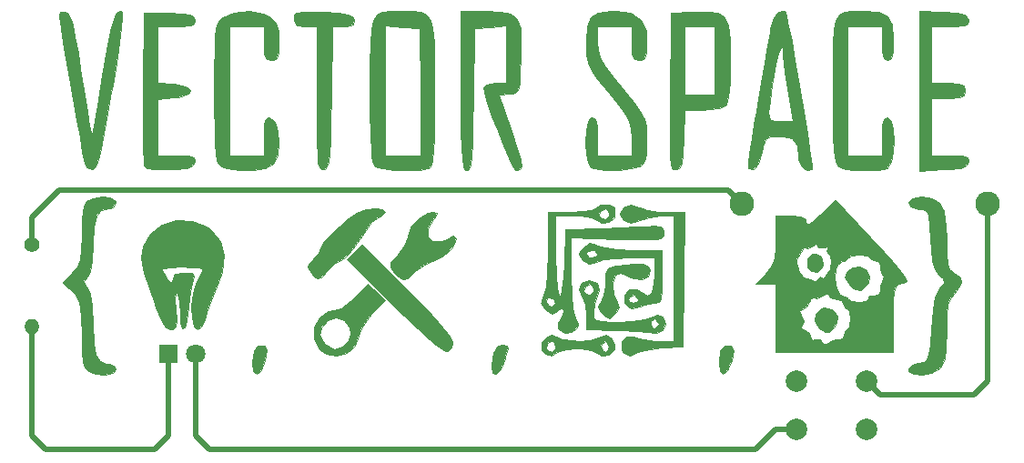
<source format=gtl>
G04 #@! TF.FileFunction,Copper,L1,Top,Signal*
%FSLAX46Y46*%
G04 Gerber Fmt 4.6, Leading zero omitted, Abs format (unit mm)*
G04 Created by KiCad (PCBNEW 4.0.7) date Mon Mar 12 16:42:59 2018*
%MOMM*%
%LPD*%
G01*
G04 APERTURE LIST*
%ADD10C,0.100000*%
%ADD11C,0.010000*%
%ADD12R,1.800000X1.800000*%
%ADD13C,1.800000*%
%ADD14C,1.400000*%
%ADD15O,1.400000X1.400000*%
%ADD16C,2.000000*%
%ADD17C,2.290000*%
%ADD18C,0.508000*%
G04 APERTURE END LIST*
D10*
D11*
G36*
X12375338Y25941681D02*
X12834188Y25643404D01*
X12868333Y25506389D01*
X12578660Y25062890D01*
X12233333Y24977222D01*
X11518069Y24817176D01*
X11062533Y24269012D01*
X10821981Y23230696D01*
X10751666Y21600192D01*
X10751666Y21598474D01*
X10697737Y20066909D01*
X10521191Y19111176D01*
X10213600Y18619836D01*
X9859474Y18210521D01*
X10034761Y17785268D01*
X10213600Y17578723D01*
X10522626Y16964674D01*
X10695776Y15890947D01*
X10751609Y14240035D01*
X10751666Y14172083D01*
X10808628Y12475794D01*
X11007951Y11372641D01*
X11392295Y10757282D01*
X12004319Y10524379D01*
X12233333Y10513333D01*
X12765531Y10271939D01*
X12868333Y9984167D01*
X12574450Y9607491D01*
X11858022Y9465181D01*
X10966877Y9571590D01*
X10310694Y9836035D01*
X10004894Y10127768D01*
X9817606Y10665436D01*
X9722594Y11595900D01*
X9693619Y13066022D01*
X9693333Y13291591D01*
X9676818Y14808888D01*
X9600376Y15799835D01*
X9423661Y16443364D01*
X9106329Y16918410D01*
X8807659Y17219615D01*
X7921985Y18051663D01*
X8807659Y18976107D01*
X9271741Y19541349D01*
X9539209Y20167037D01*
X9662303Y21063660D01*
X9693264Y22441710D01*
X9693333Y22544720D01*
X9750949Y24040351D01*
X9909632Y25122889D01*
X10116666Y25612222D01*
X10748137Y25936415D01*
X11590508Y26042793D01*
X12375338Y25941681D01*
X12375338Y25941681D01*
G37*
X12375338Y25941681D02*
X12834188Y25643404D01*
X12868333Y25506389D01*
X12578660Y25062890D01*
X12233333Y24977222D01*
X11518069Y24817176D01*
X11062533Y24269012D01*
X10821981Y23230696D01*
X10751666Y21600192D01*
X10751666Y21598474D01*
X10697737Y20066909D01*
X10521191Y19111176D01*
X10213600Y18619836D01*
X9859474Y18210521D01*
X10034761Y17785268D01*
X10213600Y17578723D01*
X10522626Y16964674D01*
X10695776Y15890947D01*
X10751609Y14240035D01*
X10751666Y14172083D01*
X10808628Y12475794D01*
X11007951Y11372641D01*
X11392295Y10757282D01*
X12004319Y10524379D01*
X12233333Y10513333D01*
X12765531Y10271939D01*
X12868333Y9984167D01*
X12574450Y9607491D01*
X11858022Y9465181D01*
X10966877Y9571590D01*
X10310694Y9836035D01*
X10004894Y10127768D01*
X9817606Y10665436D01*
X9722594Y11595900D01*
X9693619Y13066022D01*
X9693333Y13291591D01*
X9676818Y14808888D01*
X9600376Y15799835D01*
X9423661Y16443364D01*
X9106329Y16918410D01*
X8807659Y17219615D01*
X7921985Y18051663D01*
X8807659Y18976107D01*
X9271741Y19541349D01*
X9539209Y20167037D01*
X9662303Y21063660D01*
X9693264Y22441710D01*
X9693333Y22544720D01*
X9750949Y24040351D01*
X9909632Y25122889D01*
X10116666Y25612222D01*
X10748137Y25936415D01*
X11590508Y26042793D01*
X12375338Y25941681D01*
G36*
X26934886Y11755605D02*
X26762347Y10811589D01*
X26371026Y9869065D01*
X25976458Y9539200D01*
X25676531Y9833486D01*
X25568333Y10671396D01*
X25724658Y11713530D01*
X26112714Y12155487D01*
X26731416Y12220317D01*
X26934886Y11755605D01*
X26934886Y11755605D01*
G37*
X26934886Y11755605D02*
X26762347Y10811589D01*
X26371026Y9869065D01*
X25976458Y9539200D01*
X25676531Y9833486D01*
X25568333Y10671396D01*
X25724658Y11713530D01*
X26112714Y12155487D01*
X26731416Y12220317D01*
X26934886Y11755605D01*
G36*
X49267424Y12212930D02*
X49342636Y11895222D01*
X49125063Y11136855D01*
X49069157Y10974162D01*
X48635528Y10020926D01*
X48216767Y9564617D01*
X47905406Y9655675D01*
X47793333Y10278694D01*
X47959395Y11542254D01*
X48458692Y12186115D01*
X48870943Y12277222D01*
X49267424Y12212930D01*
X49267424Y12212930D01*
G37*
X49267424Y12212930D02*
X49342636Y11895222D01*
X49125063Y11136855D01*
X49069157Y10974162D01*
X48635528Y10020926D01*
X48216767Y9564617D01*
X47905406Y9655675D01*
X47793333Y10278694D01*
X47959395Y11542254D01*
X48458692Y12186115D01*
X48870943Y12277222D01*
X49267424Y12212930D01*
G36*
X70326552Y11755605D02*
X70154014Y10811589D01*
X69762693Y9869065D01*
X69368125Y9539200D01*
X69068198Y9833486D01*
X68960000Y10671396D01*
X69116325Y11713530D01*
X69504381Y12155487D01*
X70123083Y12220317D01*
X70326552Y11755605D01*
X70326552Y11755605D01*
G37*
X70326552Y11755605D02*
X70154014Y10811589D01*
X69762693Y9869065D01*
X69368125Y9539200D01*
X69068198Y9833486D01*
X68960000Y10671396D01*
X69116325Y11713530D01*
X69504381Y12155487D01*
X70123083Y12220317D01*
X70326552Y11755605D01*
G36*
X88841341Y25922246D02*
X89524309Y25509879D01*
X89922015Y24689802D01*
X90099155Y23353360D01*
X90126666Y22142214D01*
X90148753Y20711257D01*
X90239311Y19821765D01*
X90434792Y19310376D01*
X90771645Y19013727D01*
X90832222Y18980000D01*
X91393004Y18497391D01*
X91537778Y18140320D01*
X91296392Y17574591D01*
X90832222Y17039722D01*
X90471663Y16606278D01*
X90257174Y15995373D01*
X90153820Y15032348D01*
X90126672Y13542542D01*
X90126666Y13511945D01*
X90096709Y11985674D01*
X89986275Y10997182D01*
X89764525Y10380440D01*
X89481527Y10038843D01*
X88759714Y9640064D01*
X87880942Y9464488D01*
X87090670Y9518766D01*
X86634356Y9809550D01*
X86598889Y9960734D01*
X86909703Y10374740D01*
X87569028Y10578096D01*
X88036951Y10658886D01*
X88333220Y10865385D01*
X88509781Y11340910D01*
X88618581Y12228779D01*
X88711566Y13672308D01*
X88715555Y13741290D01*
X88863780Y15478403D01*
X89087753Y16640474D01*
X89414956Y17356363D01*
X89512161Y17476390D01*
X89922614Y18015616D01*
X89821547Y18411624D01*
X89438051Y18788280D01*
X89055798Y19283583D01*
X88818950Y20037654D01*
X88685391Y21226034D01*
X88641445Y22108735D01*
X88578644Y23470130D01*
X88479377Y24279879D01*
X88284908Y24691539D01*
X87936501Y24858671D01*
X87569028Y24912460D01*
X86775898Y25162653D01*
X86584228Y25545954D01*
X86957957Y25893184D01*
X87808412Y26035556D01*
X88841341Y25922246D01*
X88841341Y25922246D01*
G37*
X88841341Y25922246D02*
X89524309Y25509879D01*
X89922015Y24689802D01*
X90099155Y23353360D01*
X90126666Y22142214D01*
X90148753Y20711257D01*
X90239311Y19821765D01*
X90434792Y19310376D01*
X90771645Y19013727D01*
X90832222Y18980000D01*
X91393004Y18497391D01*
X91537778Y18140320D01*
X91296392Y17574591D01*
X90832222Y17039722D01*
X90471663Y16606278D01*
X90257174Y15995373D01*
X90153820Y15032348D01*
X90126672Y13542542D01*
X90126666Y13511945D01*
X90096709Y11985674D01*
X89986275Y10997182D01*
X89764525Y10380440D01*
X89481527Y10038843D01*
X88759714Y9640064D01*
X87880942Y9464488D01*
X87090670Y9518766D01*
X86634356Y9809550D01*
X86598889Y9960734D01*
X86909703Y10374740D01*
X87569028Y10578096D01*
X88036951Y10658886D01*
X88333220Y10865385D01*
X88509781Y11340910D01*
X88618581Y12228779D01*
X88711566Y13672308D01*
X88715555Y13741290D01*
X88863780Y15478403D01*
X89087753Y16640474D01*
X89414956Y17356363D01*
X89512161Y17476390D01*
X89922614Y18015616D01*
X89821547Y18411624D01*
X89438051Y18788280D01*
X89055798Y19283583D01*
X88818950Y20037654D01*
X88685391Y21226034D01*
X88641445Y22108735D01*
X88578644Y23470130D01*
X88479377Y24279879D01*
X88284908Y24691539D01*
X87936501Y24858671D01*
X87569028Y24912460D01*
X86775898Y25162653D01*
X86584228Y25545954D01*
X86957957Y25893184D01*
X87808412Y26035556D01*
X88841341Y25922246D01*
G36*
X37927601Y16376251D02*
X36686856Y15105613D01*
X35961161Y14224720D01*
X35514398Y13417115D01*
X35446111Y13110774D01*
X35146863Y12177119D01*
X34395008Y11534966D01*
X33409374Y11259074D01*
X32408794Y11424200D01*
X31796620Y11864028D01*
X31295417Y12843002D01*
X31304466Y13197894D01*
X31821810Y13197894D01*
X32133609Y12585996D01*
X32359996Y12345127D01*
X33213125Y11878264D01*
X34053522Y12082636D01*
X34577731Y12651947D01*
X34675513Y13253257D01*
X34590657Y13884773D01*
X34132668Y14565011D01*
X33380141Y14795428D01*
X32584396Y14573245D01*
X32004694Y13913383D01*
X31821810Y13197894D01*
X31304466Y13197894D01*
X31322138Y13890961D01*
X31795697Y14800556D01*
X32635007Y15364435D01*
X33199824Y15452222D01*
X33846870Y15693724D01*
X34689836Y16305679D01*
X35091548Y16685103D01*
X36286503Y17917983D01*
X37927601Y16376251D01*
X37927601Y16376251D01*
G37*
X37927601Y16376251D02*
X36686856Y15105613D01*
X35961161Y14224720D01*
X35514398Y13417115D01*
X35446111Y13110774D01*
X35146863Y12177119D01*
X34395008Y11534966D01*
X33409374Y11259074D01*
X32408794Y11424200D01*
X31796620Y11864028D01*
X31295417Y12843002D01*
X31304466Y13197894D01*
X31821810Y13197894D01*
X32133609Y12585996D01*
X32359996Y12345127D01*
X33213125Y11878264D01*
X34053522Y12082636D01*
X34577731Y12651947D01*
X34675513Y13253257D01*
X34590657Y13884773D01*
X34132668Y14565011D01*
X33380141Y14795428D01*
X32584396Y14573245D01*
X32004694Y13913383D01*
X31821810Y13197894D01*
X31304466Y13197894D01*
X31322138Y13890961D01*
X31795697Y14800556D01*
X32635007Y15364435D01*
X33199824Y15452222D01*
X33846870Y15693724D01*
X34689836Y16305679D01*
X35091548Y16685103D01*
X36286503Y17917983D01*
X37927601Y16376251D01*
G36*
X58992773Y12896391D02*
X59281032Y12300855D01*
X59233830Y11810688D01*
X58754527Y11337973D01*
X58054576Y11237779D01*
X57501695Y11560643D01*
X57494722Y11571667D01*
X57037161Y11787237D01*
X56144497Y11912022D01*
X55730833Y11924445D01*
X54740467Y11850429D01*
X54078640Y11664316D01*
X53966944Y11571667D01*
X53430695Y11235325D01*
X52802641Y11388578D01*
X52496521Y11775411D01*
X52500599Y11944131D01*
X52887615Y11944131D01*
X52976998Y11797261D01*
X53489096Y11582658D01*
X53780316Y11960246D01*
X53790555Y12100833D01*
X58023889Y12100833D01*
X58214379Y11631368D01*
X58376666Y11571667D01*
X58689644Y11857402D01*
X58729444Y12100833D01*
X58538954Y12570299D01*
X58376666Y12630000D01*
X58063689Y12344265D01*
X58023889Y12100833D01*
X53790555Y12100833D01*
X53611111Y12570463D01*
X53458597Y12630000D01*
X52997934Y12396582D01*
X52887615Y11944131D01*
X52500599Y11944131D01*
X52512231Y12425324D01*
X52902294Y12972653D01*
X53451511Y13215092D01*
X53858591Y13055853D01*
X54450425Y12797879D01*
X55443117Y12646572D01*
X55907222Y12630000D01*
X56977883Y12717612D01*
X57775259Y12938411D01*
X57955853Y13055853D01*
X58482198Y13215138D01*
X58992773Y12896391D01*
X58992773Y12896391D01*
G37*
X58992773Y12896391D02*
X59281032Y12300855D01*
X59233830Y11810688D01*
X58754527Y11337973D01*
X58054576Y11237779D01*
X57501695Y11560643D01*
X57494722Y11571667D01*
X57037161Y11787237D01*
X56144497Y11912022D01*
X55730833Y11924445D01*
X54740467Y11850429D01*
X54078640Y11664316D01*
X53966944Y11571667D01*
X53430695Y11235325D01*
X52802641Y11388578D01*
X52496521Y11775411D01*
X52500599Y11944131D01*
X52887615Y11944131D01*
X52976998Y11797261D01*
X53489096Y11582658D01*
X53780316Y11960246D01*
X53790555Y12100833D01*
X58023889Y12100833D01*
X58214379Y11631368D01*
X58376666Y11571667D01*
X58689644Y11857402D01*
X58729444Y12100833D01*
X58538954Y12570299D01*
X58376666Y12630000D01*
X58063689Y12344265D01*
X58023889Y12100833D01*
X53790555Y12100833D01*
X53611111Y12570463D01*
X53458597Y12630000D01*
X52997934Y12396582D01*
X52887615Y11944131D01*
X52500599Y11944131D01*
X52512231Y12425324D01*
X52902294Y12972653D01*
X53451511Y13215092D01*
X53858591Y13055853D01*
X54450425Y12797879D01*
X55443117Y12646572D01*
X55907222Y12630000D01*
X56977883Y12717612D01*
X57775259Y12938411D01*
X57955853Y13055853D01*
X58482198Y13215138D01*
X58992773Y12896391D01*
G36*
X61551023Y25058594D02*
X61593611Y25032898D01*
X62322994Y24792121D01*
X63430368Y24645396D01*
X64024464Y24624444D01*
X65801280Y24624444D01*
X65704945Y18362639D01*
X65608611Y12100833D01*
X63668333Y11992431D01*
X62530206Y11875269D01*
X61678782Y11690002D01*
X61392916Y11551458D01*
X60711663Y11232264D01*
X60095157Y11465200D01*
X59913627Y11752548D01*
X59915533Y12488393D01*
X60372097Y12988838D01*
X61058268Y13042048D01*
X61212740Y12975365D01*
X61977423Y12751119D01*
X63049714Y12634627D01*
X63292363Y12630000D01*
X64726666Y12630000D01*
X64726666Y24271667D01*
X63487157Y24271667D01*
X62444695Y24157025D01*
X61620669Y23879499D01*
X61593611Y23863213D01*
X60786167Y23626326D01*
X60098530Y23835863D01*
X59788727Y24408259D01*
X59787777Y24448056D01*
X60069702Y25037749D01*
X60743459Y25269117D01*
X61551023Y25058594D01*
X61551023Y25058594D01*
G37*
X61551023Y25058594D02*
X61593611Y25032898D01*
X62322994Y24792121D01*
X63430368Y24645396D01*
X64024464Y24624444D01*
X65801280Y24624444D01*
X65704945Y18362639D01*
X65608611Y12100833D01*
X63668333Y11992431D01*
X62530206Y11875269D01*
X61678782Y11690002D01*
X61392916Y11551458D01*
X60711663Y11232264D01*
X60095157Y11465200D01*
X59913627Y11752548D01*
X59915533Y12488393D01*
X60372097Y12988838D01*
X61058268Y13042048D01*
X61212740Y12975365D01*
X61977423Y12751119D01*
X63049714Y12634627D01*
X63292363Y12630000D01*
X64726666Y12630000D01*
X64726666Y24271667D01*
X63487157Y24271667D01*
X62444695Y24157025D01*
X61620669Y23879499D01*
X61593611Y23863213D01*
X60786167Y23626326D01*
X60098530Y23835863D01*
X59788727Y24408259D01*
X59787777Y24448056D01*
X60069702Y25037749D01*
X60743459Y25269117D01*
X61551023Y25058594D01*
G36*
X40044839Y17384846D02*
X41792932Y15604352D01*
X43041396Y14229758D01*
X43824693Y13205922D01*
X44177281Y12477706D01*
X44133621Y11989967D01*
X43728174Y11687566D01*
X43628003Y11651365D01*
X43238895Y11838606D01*
X42445607Y12452212D01*
X41337873Y13414705D01*
X40005427Y14648607D01*
X38773148Y15843106D01*
X34379456Y20186802D01*
X35803179Y21610525D01*
X40044839Y17384846D01*
X40044839Y17384846D01*
G37*
X40044839Y17384846D02*
X41792932Y15604352D01*
X43041396Y14229758D01*
X43824693Y13205922D01*
X44177281Y12477706D01*
X44133621Y11989967D01*
X43728174Y11687566D01*
X43628003Y11651365D01*
X43238895Y11838606D01*
X42445607Y12452212D01*
X41337873Y13414705D01*
X40005427Y14648607D01*
X38773148Y15843106D01*
X34379456Y20186802D01*
X35803179Y21610525D01*
X40044839Y17384846D01*
G36*
X83360938Y21912174D02*
X84729898Y20437708D01*
X85662823Y19394585D01*
X86212749Y18705602D01*
X86432711Y18293558D01*
X86375745Y18081250D01*
X86094887Y17991475D01*
X86057810Y17986429D01*
X85644512Y17902868D01*
X85388500Y17687522D01*
X85252136Y17199215D01*
X85197779Y16296773D01*
X85187788Y14839020D01*
X85187778Y14723234D01*
X85187778Y11571667D01*
X74251666Y11571667D01*
X74251666Y15363055D01*
X76461575Y15363055D01*
X76653726Y15025718D01*
X76866972Y14506333D01*
X76669521Y14155338D01*
X76494801Y13775750D01*
X76854304Y13688333D01*
X77348715Y13406161D01*
X77426666Y13121423D01*
X77643577Y12720862D01*
X77955833Y12757574D01*
X78410090Y12764907D01*
X78485000Y12618928D01*
X78711730Y12301492D01*
X79157559Y12400741D01*
X79357422Y12614593D01*
X79816348Y12806779D01*
X80083797Y12753238D01*
X80526825Y12822298D01*
X80601666Y13121423D01*
X80751519Y13615043D01*
X80895648Y13688333D01*
X81103303Y13994771D01*
X81189629Y14731148D01*
X81106217Y15405491D01*
X80904616Y15597334D01*
X80895648Y15592273D01*
X80642734Y15706447D01*
X80601666Y15960569D01*
X80306735Y16414323D01*
X79896111Y16510556D01*
X79323163Y16676142D01*
X79190555Y16906529D01*
X79030415Y17101844D01*
X78676842Y16876159D01*
X78077244Y16622577D01*
X77794898Y16677394D01*
X77473950Y16613851D01*
X77426666Y16392730D01*
X77139462Y15842900D01*
X76838509Y15654789D01*
X76461575Y15363055D01*
X74251666Y15363055D01*
X74251666Y17921667D01*
X72355774Y17921667D01*
X73303720Y18911109D01*
X73846413Y19577745D01*
X73967110Y19879851D01*
X76180192Y19879851D01*
X76474791Y19009380D01*
X76842936Y18496540D01*
X77086478Y18458614D01*
X77501588Y18384841D01*
X77622776Y18242535D01*
X77938556Y18070326D01*
X78170917Y18324975D01*
X78274306Y18432091D01*
X79720512Y18432091D01*
X79884727Y17544286D01*
X80227735Y16961171D01*
X80466403Y16863333D01*
X80909296Y16692490D01*
X80954444Y16569352D01*
X81260882Y16361696D01*
X81997259Y16275370D01*
X82671602Y16358783D01*
X82863444Y16560384D01*
X82858384Y16569352D01*
X82999930Y16799556D01*
X83423889Y16863333D01*
X83930400Y16999243D01*
X83943505Y17231565D01*
X83942823Y17780889D01*
X84116204Y18082102D01*
X84311903Y18606284D01*
X84161982Y18783502D01*
X83954680Y19251828D01*
X84006206Y19520464D01*
X83937146Y19963492D01*
X83638021Y20038333D01*
X83144401Y20188186D01*
X83071111Y20332315D01*
X82764321Y20538795D01*
X82025223Y20626276D01*
X82012778Y20626296D01*
X81269447Y20541077D01*
X80954517Y20335772D01*
X80954444Y20332315D01*
X80670827Y20065527D01*
X80466422Y20038333D01*
X79986009Y19743975D01*
X79803075Y19367888D01*
X79720512Y18432091D01*
X78274306Y18432091D01*
X78430767Y18594191D01*
X78479598Y18513829D01*
X78677117Y18475382D01*
X78938714Y18690218D01*
X79290826Y19299806D01*
X79441450Y20029206D01*
X79361794Y20595664D01*
X79147811Y20743889D01*
X78973843Y20968424D01*
X79051218Y21156617D01*
X79068314Y21421536D01*
X78719260Y21344078D01*
X78229925Y21327266D01*
X78132222Y21503712D01*
X77940049Y21666795D01*
X77603055Y21449444D01*
X77177165Y21213165D01*
X77073889Y21297286D01*
X76905748Y21283719D01*
X76586253Y20917416D01*
X76233049Y20247460D01*
X76180192Y19879851D01*
X73967110Y19879851D01*
X74133237Y20295666D01*
X74240952Y21321961D01*
X74251666Y22086109D01*
X74251666Y24271667D01*
X75662778Y24271667D01*
X76609145Y24199957D01*
X77019201Y23939753D01*
X77073889Y23670905D01*
X77212654Y23447842D01*
X77672097Y23705870D01*
X78433961Y24398217D01*
X79794033Y25726292D01*
X83360938Y21912174D01*
X83360938Y21912174D01*
G37*
X83360938Y21912174D02*
X84729898Y20437708D01*
X85662823Y19394585D01*
X86212749Y18705602D01*
X86432711Y18293558D01*
X86375745Y18081250D01*
X86094887Y17991475D01*
X86057810Y17986429D01*
X85644512Y17902868D01*
X85388500Y17687522D01*
X85252136Y17199215D01*
X85197779Y16296773D01*
X85187788Y14839020D01*
X85187778Y14723234D01*
X85187778Y11571667D01*
X74251666Y11571667D01*
X74251666Y15363055D01*
X76461575Y15363055D01*
X76653726Y15025718D01*
X76866972Y14506333D01*
X76669521Y14155338D01*
X76494801Y13775750D01*
X76854304Y13688333D01*
X77348715Y13406161D01*
X77426666Y13121423D01*
X77643577Y12720862D01*
X77955833Y12757574D01*
X78410090Y12764907D01*
X78485000Y12618928D01*
X78711730Y12301492D01*
X79157559Y12400741D01*
X79357422Y12614593D01*
X79816348Y12806779D01*
X80083797Y12753238D01*
X80526825Y12822298D01*
X80601666Y13121423D01*
X80751519Y13615043D01*
X80895648Y13688333D01*
X81103303Y13994771D01*
X81189629Y14731148D01*
X81106217Y15405491D01*
X80904616Y15597334D01*
X80895648Y15592273D01*
X80642734Y15706447D01*
X80601666Y15960569D01*
X80306735Y16414323D01*
X79896111Y16510556D01*
X79323163Y16676142D01*
X79190555Y16906529D01*
X79030415Y17101844D01*
X78676842Y16876159D01*
X78077244Y16622577D01*
X77794898Y16677394D01*
X77473950Y16613851D01*
X77426666Y16392730D01*
X77139462Y15842900D01*
X76838509Y15654789D01*
X76461575Y15363055D01*
X74251666Y15363055D01*
X74251666Y17921667D01*
X72355774Y17921667D01*
X73303720Y18911109D01*
X73846413Y19577745D01*
X73967110Y19879851D01*
X76180192Y19879851D01*
X76474791Y19009380D01*
X76842936Y18496540D01*
X77086478Y18458614D01*
X77501588Y18384841D01*
X77622776Y18242535D01*
X77938556Y18070326D01*
X78170917Y18324975D01*
X78274306Y18432091D01*
X79720512Y18432091D01*
X79884727Y17544286D01*
X80227735Y16961171D01*
X80466403Y16863333D01*
X80909296Y16692490D01*
X80954444Y16569352D01*
X81260882Y16361696D01*
X81997259Y16275370D01*
X82671602Y16358783D01*
X82863444Y16560384D01*
X82858384Y16569352D01*
X82999930Y16799556D01*
X83423889Y16863333D01*
X83930400Y16999243D01*
X83943505Y17231565D01*
X83942823Y17780889D01*
X84116204Y18082102D01*
X84311903Y18606284D01*
X84161982Y18783502D01*
X83954680Y19251828D01*
X84006206Y19520464D01*
X83937146Y19963492D01*
X83638021Y20038333D01*
X83144401Y20188186D01*
X83071111Y20332315D01*
X82764321Y20538795D01*
X82025223Y20626276D01*
X82012778Y20626296D01*
X81269447Y20541077D01*
X80954517Y20335772D01*
X80954444Y20332315D01*
X80670827Y20065527D01*
X80466422Y20038333D01*
X79986009Y19743975D01*
X79803075Y19367888D01*
X79720512Y18432091D01*
X78274306Y18432091D01*
X78430767Y18594191D01*
X78479598Y18513829D01*
X78677117Y18475382D01*
X78938714Y18690218D01*
X79290826Y19299806D01*
X79441450Y20029206D01*
X79361794Y20595664D01*
X79147811Y20743889D01*
X78973843Y20968424D01*
X79051218Y21156617D01*
X79068314Y21421536D01*
X78719260Y21344078D01*
X78229925Y21327266D01*
X78132222Y21503712D01*
X77940049Y21666795D01*
X77603055Y21449444D01*
X77177165Y21213165D01*
X77073889Y21297286D01*
X76905748Y21283719D01*
X76586253Y20917416D01*
X76233049Y20247460D01*
X76180192Y19879851D01*
X73967110Y19879851D01*
X74133237Y20295666D01*
X74240952Y21321961D01*
X74251666Y22086109D01*
X74251666Y24271667D01*
X75662778Y24271667D01*
X76609145Y24199957D01*
X77019201Y23939753D01*
X77073889Y23670905D01*
X77212654Y23447842D01*
X77672097Y23705870D01*
X78433961Y24398217D01*
X79794033Y25726292D01*
X83360938Y21912174D01*
G36*
X59238935Y25009058D02*
X59300490Y24433615D01*
X59222012Y24127113D01*
X58744946Y23674572D01*
X58043204Y23589076D01*
X57496284Y23916375D01*
X57494722Y23918889D01*
X57042625Y24123577D01*
X56134707Y24250871D01*
X55533624Y24271667D01*
X53790555Y24271667D01*
X53790555Y20588320D01*
X53830025Y18762592D01*
X53932973Y17500084D01*
X54076213Y16825373D01*
X54236556Y16763037D01*
X54390814Y17337655D01*
X54515797Y18573803D01*
X54570901Y19761214D01*
X54672500Y23036944D01*
X58200277Y23140331D01*
X59833342Y23192359D01*
X61309964Y23246826D01*
X62414925Y23295453D01*
X62786389Y23316720D01*
X63550254Y23273384D01*
X63827346Y22919572D01*
X63844722Y22684167D01*
X63808083Y22390210D01*
X63620929Y22196817D01*
X63167400Y22088431D01*
X62331637Y22049498D01*
X60997783Y22064461D01*
X59523194Y22103943D01*
X55201666Y22229274D01*
X55201666Y18734915D01*
X55242806Y16981966D01*
X55358658Y15679055D01*
X55537874Y14936765D01*
X55601287Y14840935D01*
X55841244Y14199992D01*
X55788748Y13888435D01*
X55313349Y13432439D01*
X54625893Y13377861D01*
X54081183Y13731724D01*
X54020095Y13853425D01*
X54023856Y14421084D01*
X54158740Y14579800D01*
X54461918Y15077487D01*
X54496111Y15339849D01*
X54407259Y15698047D01*
X54029608Y15503089D01*
X53949239Y15437528D01*
X53431222Y15179851D01*
X52915167Y15474000D01*
X52809607Y15576424D01*
X52417818Y16155214D01*
X52451126Y16272396D01*
X52881757Y16272396D01*
X53164087Y15889214D01*
X53458597Y15805000D01*
X53784185Y16041694D01*
X53790555Y16098982D01*
X53560426Y16610232D01*
X53082719Y16681227D01*
X53030040Y16652977D01*
X52881757Y16272396D01*
X52451126Y16272396D01*
X52591436Y16766011D01*
X52650924Y16864249D01*
X52871780Y17602255D01*
X53019871Y18928681D01*
X53083440Y20729038D01*
X53085000Y21091880D01*
X53085000Y24291353D01*
X57826504Y24291353D01*
X57915887Y24144483D01*
X58427985Y23929880D01*
X58719205Y24307469D01*
X58729444Y24448056D01*
X58550000Y24917685D01*
X58397486Y24977222D01*
X57936822Y24743804D01*
X57826504Y24291353D01*
X53085000Y24291353D01*
X53085000Y24624444D01*
X55180847Y24624444D01*
X56336308Y24679562D01*
X57185142Y24822417D01*
X57494722Y24977222D01*
X58014006Y25278376D01*
X58739184Y25288300D01*
X59238935Y25009058D01*
X59238935Y25009058D01*
G37*
X59238935Y25009058D02*
X59300490Y24433615D01*
X59222012Y24127113D01*
X58744946Y23674572D01*
X58043204Y23589076D01*
X57496284Y23916375D01*
X57494722Y23918889D01*
X57042625Y24123577D01*
X56134707Y24250871D01*
X55533624Y24271667D01*
X53790555Y24271667D01*
X53790555Y20588320D01*
X53830025Y18762592D01*
X53932973Y17500084D01*
X54076213Y16825373D01*
X54236556Y16763037D01*
X54390814Y17337655D01*
X54515797Y18573803D01*
X54570901Y19761214D01*
X54672500Y23036944D01*
X58200277Y23140331D01*
X59833342Y23192359D01*
X61309964Y23246826D01*
X62414925Y23295453D01*
X62786389Y23316720D01*
X63550254Y23273384D01*
X63827346Y22919572D01*
X63844722Y22684167D01*
X63808083Y22390210D01*
X63620929Y22196817D01*
X63167400Y22088431D01*
X62331637Y22049498D01*
X60997783Y22064461D01*
X59523194Y22103943D01*
X55201666Y22229274D01*
X55201666Y18734915D01*
X55242806Y16981966D01*
X55358658Y15679055D01*
X55537874Y14936765D01*
X55601287Y14840935D01*
X55841244Y14199992D01*
X55788748Y13888435D01*
X55313349Y13432439D01*
X54625893Y13377861D01*
X54081183Y13731724D01*
X54020095Y13853425D01*
X54023856Y14421084D01*
X54158740Y14579800D01*
X54461918Y15077487D01*
X54496111Y15339849D01*
X54407259Y15698047D01*
X54029608Y15503089D01*
X53949239Y15437528D01*
X53431222Y15179851D01*
X52915167Y15474000D01*
X52809607Y15576424D01*
X52417818Y16155214D01*
X52451126Y16272396D01*
X52881757Y16272396D01*
X53164087Y15889214D01*
X53458597Y15805000D01*
X53784185Y16041694D01*
X53790555Y16098982D01*
X53560426Y16610232D01*
X53082719Y16681227D01*
X53030040Y16652977D01*
X52881757Y16272396D01*
X52451126Y16272396D01*
X52591436Y16766011D01*
X52650924Y16864249D01*
X52871780Y17602255D01*
X53019871Y18928681D01*
X53083440Y20729038D01*
X53085000Y21091880D01*
X53085000Y24291353D01*
X57826504Y24291353D01*
X57915887Y24144483D01*
X58427985Y23929880D01*
X58719205Y24307469D01*
X58729444Y24448056D01*
X58550000Y24917685D01*
X58397486Y24977222D01*
X57936822Y24743804D01*
X57826504Y24291353D01*
X53085000Y24291353D01*
X53085000Y24624444D01*
X55180847Y24624444D01*
X56336308Y24679562D01*
X57185142Y24822417D01*
X57494722Y24977222D01*
X58014006Y25278376D01*
X58739184Y25288300D01*
X59238935Y25009058D01*
G36*
X57610814Y18008638D02*
X57832014Y17369605D01*
X57643874Y16831342D01*
X57403066Y16113610D01*
X57323735Y15364028D01*
X57351351Y14843315D01*
X57547664Y14553102D01*
X58071869Y14426020D01*
X59083165Y14394697D01*
X59616175Y14393889D01*
X60924495Y14458494D01*
X62025678Y14626607D01*
X62605981Y14826027D01*
X63271555Y15076290D01*
X63706371Y14849740D01*
X63959794Y14223604D01*
X63718086Y13640072D01*
X63116908Y13402834D01*
X63062044Y13407362D01*
X62427016Y13454896D01*
X61301942Y13517028D01*
X59901844Y13582175D01*
X59523194Y13598018D01*
X56612778Y13716868D01*
X56612778Y14217500D01*
X62610000Y14217500D01*
X62788999Y13778443D01*
X62989236Y13755949D01*
X63353712Y14120150D01*
X63368472Y14217500D01*
X63093827Y14631144D01*
X62989236Y14679051D01*
X62667559Y14508758D01*
X62610000Y14217500D01*
X56612778Y14217500D01*
X56612778Y15043156D01*
X56512667Y16018923D01*
X56266418Y16703986D01*
X56213157Y16769065D01*
X56030938Y17235797D01*
X56415393Y17235797D01*
X56504776Y17088928D01*
X57016873Y16874324D01*
X57308094Y17251913D01*
X57318333Y17392500D01*
X57138889Y17862129D01*
X56986375Y17921667D01*
X56525711Y17688249D01*
X56415393Y17235797D01*
X56030938Y17235797D01*
X55966043Y17402015D01*
X56239936Y18000807D01*
X56898760Y18274291D01*
X56916740Y18274444D01*
X57610814Y18008638D01*
X57610814Y18008638D01*
G37*
X57610814Y18008638D02*
X57832014Y17369605D01*
X57643874Y16831342D01*
X57403066Y16113610D01*
X57323735Y15364028D01*
X57351351Y14843315D01*
X57547664Y14553102D01*
X58071869Y14426020D01*
X59083165Y14394697D01*
X59616175Y14393889D01*
X60924495Y14458494D01*
X62025678Y14626607D01*
X62605981Y14826027D01*
X63271555Y15076290D01*
X63706371Y14849740D01*
X63959794Y14223604D01*
X63718086Y13640072D01*
X63116908Y13402834D01*
X63062044Y13407362D01*
X62427016Y13454896D01*
X61301942Y13517028D01*
X59901844Y13582175D01*
X59523194Y13598018D01*
X56612778Y13716868D01*
X56612778Y14217500D01*
X62610000Y14217500D01*
X62788999Y13778443D01*
X62989236Y13755949D01*
X63353712Y14120150D01*
X63368472Y14217500D01*
X63093827Y14631144D01*
X62989236Y14679051D01*
X62667559Y14508758D01*
X62610000Y14217500D01*
X56612778Y14217500D01*
X56612778Y15043156D01*
X56512667Y16018923D01*
X56266418Y16703986D01*
X56213157Y16769065D01*
X56030938Y17235797D01*
X56415393Y17235797D01*
X56504776Y17088928D01*
X57016873Y16874324D01*
X57308094Y17251913D01*
X57318333Y17392500D01*
X57138889Y17862129D01*
X56986375Y17921667D01*
X56525711Y17688249D01*
X56415393Y17235797D01*
X56030938Y17235797D01*
X55966043Y17402015D01*
X56239936Y18000807D01*
X56898760Y18274291D01*
X56916740Y18274444D01*
X57610814Y18008638D01*
G36*
X19967135Y23809157D02*
X21317014Y23263062D01*
X21648715Y23015679D01*
X22597380Y21915332D01*
X22970035Y20636237D01*
X22778343Y19079732D01*
X22278462Y17687692D01*
X21767968Y16427405D01*
X21359496Y15283282D01*
X21179889Y14658472D01*
X20863075Y13954826D01*
X20446334Y13688333D01*
X20130426Y13998782D01*
X19958925Y14790815D01*
X19931527Y15855458D01*
X20047923Y16983742D01*
X20307809Y17966693D01*
X20453055Y18274444D01*
X20821457Y18967609D01*
X20968678Y19332778D01*
X20656206Y19429366D01*
X19838118Y19493435D01*
X19040830Y19509167D01*
X17980738Y19480175D01*
X17281122Y19405386D01*
X17112814Y19332778D01*
X17310447Y18947024D01*
X17642053Y18471602D01*
X18024958Y18029012D01*
X18151594Y18153505D01*
X18160000Y18383407D01*
X18385768Y18829743D01*
X19145192Y18978855D01*
X19256076Y18980000D01*
X19991138Y18916528D01*
X20169237Y18654048D01*
X20071124Y18362639D01*
X19891803Y17679183D01*
X19728709Y16575774D01*
X19649269Y15716806D01*
X19498027Y14510323D01*
X19286007Y13844137D01*
X19070911Y13756943D01*
X18910441Y14287435D01*
X18860153Y15187639D01*
X18791946Y16232556D01*
X18628351Y17008082D01*
X18565275Y17143248D01*
X18434884Y17086579D01*
X18395591Y16464220D01*
X18437972Y15643943D01*
X18504574Y14522622D01*
X18436768Y13935805D01*
X18192277Y13718480D01*
X17939101Y13696846D01*
X17502843Y13889585D01*
X17074776Y14529102D01*
X16586825Y15725235D01*
X16463269Y16078096D01*
X15880515Y17793032D01*
X15502318Y18989270D01*
X15299428Y19813803D01*
X15242594Y20413623D01*
X15302563Y20935721D01*
X15409246Y21374687D01*
X16058842Y22580496D01*
X17156233Y23420057D01*
X18519602Y23845550D01*
X19967135Y23809157D01*
X19967135Y23809157D01*
G37*
X19967135Y23809157D02*
X21317014Y23263062D01*
X21648715Y23015679D01*
X22597380Y21915332D01*
X22970035Y20636237D01*
X22778343Y19079732D01*
X22278462Y17687692D01*
X21767968Y16427405D01*
X21359496Y15283282D01*
X21179889Y14658472D01*
X20863075Y13954826D01*
X20446334Y13688333D01*
X20130426Y13998782D01*
X19958925Y14790815D01*
X19931527Y15855458D01*
X20047923Y16983742D01*
X20307809Y17966693D01*
X20453055Y18274444D01*
X20821457Y18967609D01*
X20968678Y19332778D01*
X20656206Y19429366D01*
X19838118Y19493435D01*
X19040830Y19509167D01*
X17980738Y19480175D01*
X17281122Y19405386D01*
X17112814Y19332778D01*
X17310447Y18947024D01*
X17642053Y18471602D01*
X18024958Y18029012D01*
X18151594Y18153505D01*
X18160000Y18383407D01*
X18385768Y18829743D01*
X19145192Y18978855D01*
X19256076Y18980000D01*
X19991138Y18916528D01*
X20169237Y18654048D01*
X20071124Y18362639D01*
X19891803Y17679183D01*
X19728709Y16575774D01*
X19649269Y15716806D01*
X19498027Y14510323D01*
X19286007Y13844137D01*
X19070911Y13756943D01*
X18910441Y14287435D01*
X18860153Y15187639D01*
X18791946Y16232556D01*
X18628351Y17008082D01*
X18565275Y17143248D01*
X18434884Y17086579D01*
X18395591Y16464220D01*
X18437972Y15643943D01*
X18504574Y14522622D01*
X18436768Y13935805D01*
X18192277Y13718480D01*
X17939101Y13696846D01*
X17502843Y13889585D01*
X17074776Y14529102D01*
X16586825Y15725235D01*
X16463269Y16078096D01*
X15880515Y17793032D01*
X15502318Y18989270D01*
X15299428Y19813803D01*
X15242594Y20413623D01*
X15302563Y20935721D01*
X15409246Y21374687D01*
X16058842Y22580496D01*
X17156233Y23420057D01*
X18519602Y23845550D01*
X19967135Y23809157D01*
G36*
X62366004Y19584940D02*
X62534687Y19243517D01*
X62388190Y18640797D01*
X61807662Y18346719D01*
X61030619Y18453511D01*
X60804167Y18571547D01*
X59869534Y18978298D01*
X59303335Y18787182D01*
X59085956Y17989589D01*
X59082222Y17815833D01*
X59198882Y16886500D01*
X59480555Y16253683D01*
X59490604Y16243285D01*
X59707659Y15753622D01*
X59447408Y15290785D01*
X58956147Y14840332D01*
X58729444Y14746667D01*
X58309867Y14986504D01*
X58011480Y15290785D01*
X57746563Y15856522D01*
X57968284Y16243285D01*
X58235889Y16843621D01*
X58372240Y17800320D01*
X58376666Y18003294D01*
X58431335Y18854777D01*
X58697254Y19355548D01*
X59327292Y19615370D01*
X60474315Y19744002D01*
X60832920Y19766909D01*
X61854422Y19771151D01*
X62366004Y19584940D01*
X62366004Y19584940D01*
G37*
X62366004Y19584940D02*
X62534687Y19243517D01*
X62388190Y18640797D01*
X61807662Y18346719D01*
X61030619Y18453511D01*
X60804167Y18571547D01*
X59869534Y18978298D01*
X59303335Y18787182D01*
X59085956Y17989589D01*
X59082222Y17815833D01*
X59198882Y16886500D01*
X59480555Y16253683D01*
X59490604Y16243285D01*
X59707659Y15753622D01*
X59447408Y15290785D01*
X58956147Y14840332D01*
X58729444Y14746667D01*
X58309867Y14986504D01*
X58011480Y15290785D01*
X57746563Y15856522D01*
X57968284Y16243285D01*
X58235889Y16843621D01*
X58372240Y17800320D01*
X58376666Y18003294D01*
X58431335Y18854777D01*
X58697254Y19355548D01*
X59327292Y19615370D01*
X60474315Y19744002D01*
X60832920Y19766909D01*
X61854422Y19771151D01*
X62366004Y19584940D01*
G36*
X57545921Y21606286D02*
X57672027Y21530743D01*
X58371834Y21312086D01*
X59547520Y21157519D01*
X60970247Y21096731D01*
X61017713Y21096667D01*
X63668333Y21096667D01*
X63668333Y18627222D01*
X63650275Y17331354D01*
X63566274Y16589111D01*
X63371589Y16248882D01*
X63021477Y16159054D01*
X62939585Y16157778D01*
X62025409Y16009201D01*
X61616669Y15852670D01*
X60893109Y15668084D01*
X60581527Y15705679D01*
X60200871Y16145022D01*
X60197267Y16537014D01*
X60560949Y16537014D01*
X60731242Y16215337D01*
X61022500Y16157778D01*
X61461557Y16336777D01*
X61484051Y16537014D01*
X61119849Y16901490D01*
X61022500Y16916250D01*
X60608856Y16641605D01*
X60560949Y16537014D01*
X60197267Y16537014D01*
X60194702Y16815993D01*
X60540468Y17366985D01*
X60693435Y17450415D01*
X61388722Y17427389D01*
X61645935Y17262954D01*
X62298017Y16835520D01*
X62729359Y17078168D01*
X62939990Y17990930D01*
X62962777Y18627222D01*
X62962777Y20391111D01*
X60646530Y20391111D01*
X59327064Y20333501D01*
X58208448Y20183528D01*
X57606762Y20003895D01*
X56901051Y19814991D01*
X56319637Y20180284D01*
X55951009Y20659136D01*
X55982289Y20743889D01*
X56612778Y20743889D01*
X56898512Y20430912D01*
X57141944Y20391111D01*
X57611410Y20581601D01*
X57671111Y20743889D01*
X57385376Y21056866D01*
X57141944Y21096667D01*
X56672478Y20906177D01*
X56612778Y20743889D01*
X55982289Y20743889D01*
X56104964Y21076273D01*
X56366496Y21354354D01*
X56949237Y21758936D01*
X57545921Y21606286D01*
X57545921Y21606286D01*
G37*
X57545921Y21606286D02*
X57672027Y21530743D01*
X58371834Y21312086D01*
X59547520Y21157519D01*
X60970247Y21096731D01*
X61017713Y21096667D01*
X63668333Y21096667D01*
X63668333Y18627222D01*
X63650275Y17331354D01*
X63566274Y16589111D01*
X63371589Y16248882D01*
X63021477Y16159054D01*
X62939585Y16157778D01*
X62025409Y16009201D01*
X61616669Y15852670D01*
X60893109Y15668084D01*
X60581527Y15705679D01*
X60200871Y16145022D01*
X60197267Y16537014D01*
X60560949Y16537014D01*
X60731242Y16215337D01*
X61022500Y16157778D01*
X61461557Y16336777D01*
X61484051Y16537014D01*
X61119849Y16901490D01*
X61022500Y16916250D01*
X60608856Y16641605D01*
X60560949Y16537014D01*
X60197267Y16537014D01*
X60194702Y16815993D01*
X60540468Y17366985D01*
X60693435Y17450415D01*
X61388722Y17427389D01*
X61645935Y17262954D01*
X62298017Y16835520D01*
X62729359Y17078168D01*
X62939990Y17990930D01*
X62962777Y18627222D01*
X62962777Y20391111D01*
X60646530Y20391111D01*
X59327064Y20333501D01*
X58208448Y20183528D01*
X57606762Y20003895D01*
X56901051Y19814991D01*
X56319637Y20180284D01*
X55951009Y20659136D01*
X55982289Y20743889D01*
X56612778Y20743889D01*
X56898512Y20430912D01*
X57141944Y20391111D01*
X57611410Y20581601D01*
X57671111Y20743889D01*
X57385376Y21056866D01*
X57141944Y21096667D01*
X56672478Y20906177D01*
X56612778Y20743889D01*
X55982289Y20743889D01*
X56104964Y21076273D01*
X56366496Y21354354D01*
X56949237Y21758936D01*
X57545921Y21606286D01*
G36*
X37709965Y24873639D02*
X37915555Y24648217D01*
X37626220Y24282909D01*
X37266484Y24113205D01*
X36646219Y23662812D01*
X36136795Y22942904D01*
X35593485Y22053545D01*
X34889604Y21147303D01*
X34192538Y20415777D01*
X33669669Y20050564D01*
X33599299Y20038333D01*
X33184094Y19795131D01*
X32577320Y19202087D01*
X32511777Y19127083D01*
X31960401Y18536318D01*
X31605704Y18444315D01*
X31192068Y18808323D01*
X31114731Y18893433D01*
X30712869Y19426164D01*
X30815218Y19823589D01*
X31209922Y20212138D01*
X31739739Y20827782D01*
X31918333Y21256136D01*
X32169730Y21736048D01*
X32808701Y22476335D01*
X33662411Y23308707D01*
X34558028Y24064873D01*
X35322720Y24576544D01*
X35334724Y24582735D01*
X36171932Y24867523D01*
X37048006Y24966631D01*
X37709965Y24873639D01*
X37709965Y24873639D01*
G37*
X37709965Y24873639D02*
X37915555Y24648217D01*
X37626220Y24282909D01*
X37266484Y24113205D01*
X36646219Y23662812D01*
X36136795Y22942904D01*
X35593485Y22053545D01*
X34889604Y21147303D01*
X34192538Y20415777D01*
X33669669Y20050564D01*
X33599299Y20038333D01*
X33184094Y19795131D01*
X32577320Y19202087D01*
X32511777Y19127083D01*
X31960401Y18536318D01*
X31605704Y18444315D01*
X31192068Y18808323D01*
X31114731Y18893433D01*
X30712869Y19426164D01*
X30815218Y19823589D01*
X31209922Y20212138D01*
X31739739Y20827782D01*
X31918333Y21256136D01*
X32169730Y21736048D01*
X32808701Y22476335D01*
X33662411Y23308707D01*
X34558028Y24064873D01*
X35322720Y24576544D01*
X35334724Y24582735D01*
X36171932Y24867523D01*
X37048006Y24966631D01*
X37709965Y24873639D01*
G36*
X42751252Y24575387D02*
X42664948Y24308084D01*
X42379954Y23979305D01*
X41883823Y23108791D01*
X41916391Y22364011D01*
X42369293Y21904405D01*
X43134164Y21889414D01*
X43641084Y22123768D01*
X44315789Y22409618D01*
X44533791Y22186113D01*
X44265782Y21505272D01*
X44120944Y21272044D01*
X43352631Y20538965D01*
X42510367Y20163546D01*
X41525762Y19752779D01*
X40700993Y19117234D01*
X40019752Y18467650D01*
X39541338Y18347182D01*
X39021574Y18739056D01*
X38791998Y18986079D01*
X38405070Y19479550D01*
X38411132Y19876214D01*
X38855596Y20434296D01*
X39090100Y20681077D01*
X39709805Y21504973D01*
X40022946Y22267864D01*
X40032222Y22377393D01*
X40321677Y23191962D01*
X41019913Y23993916D01*
X41871741Y24532002D01*
X42314496Y24624444D01*
X42751252Y24575387D01*
X42751252Y24575387D01*
G37*
X42751252Y24575387D02*
X42664948Y24308084D01*
X42379954Y23979305D01*
X41883823Y23108791D01*
X41916391Y22364011D01*
X42369293Y21904405D01*
X43134164Y21889414D01*
X43641084Y22123768D01*
X44315789Y22409618D01*
X44533791Y22186113D01*
X44265782Y21505272D01*
X44120944Y21272044D01*
X43352631Y20538965D01*
X42510367Y20163546D01*
X41525762Y19752779D01*
X40700993Y19117234D01*
X40019752Y18467650D01*
X39541338Y18347182D01*
X39021574Y18739056D01*
X38791998Y18986079D01*
X38405070Y19479550D01*
X38411132Y19876214D01*
X38855596Y20434296D01*
X39090100Y20681077D01*
X39709805Y21504973D01*
X40022946Y22267864D01*
X40032222Y22377393D01*
X40321677Y23191962D01*
X41019913Y23993916D01*
X41871741Y24532002D01*
X42314496Y24624444D01*
X42751252Y24575387D01*
G36*
X13447425Y43212945D02*
X13462952Y42808621D01*
X13369225Y41816756D01*
X13180290Y40344510D01*
X12910190Y38499041D01*
X12572970Y36387507D01*
X12480121Y35832375D01*
X12049822Y33341318D01*
X11700072Y31469276D01*
X11411307Y30136846D01*
X11163965Y29264625D01*
X10938483Y28773211D01*
X10715297Y28583202D01*
X10692770Y28577801D01*
X10176414Y28768194D01*
X9909051Y29455501D01*
X9762860Y30226638D01*
X9526361Y31533361D01*
X9227486Y33215681D01*
X8894166Y35113606D01*
X8554333Y37067145D01*
X8235920Y38916308D01*
X7966857Y40501103D01*
X7775076Y41661541D01*
X7744257Y41855271D01*
X7627708Y42799599D01*
X7707058Y43220377D01*
X8031164Y43284115D01*
X8157459Y43263530D01*
X8416721Y43130717D01*
X8641956Y42775360D01*
X8858348Y42100194D01*
X9091081Y41007956D01*
X9365339Y39401383D01*
X9671230Y37417081D01*
X9964472Y35517584D01*
X10229310Y33899233D01*
X10446138Y32674311D01*
X10595351Y31955100D01*
X10649697Y31813216D01*
X10742184Y32184580D01*
X10919411Y33131067D01*
X11160023Y34530268D01*
X11442663Y36259774D01*
X11608931Y37311524D01*
X12008366Y39710341D01*
X12360718Y41458444D01*
X12682187Y42607830D01*
X12988970Y43210499D01*
X13297268Y43318448D01*
X13447425Y43212945D01*
X13447425Y43212945D01*
G37*
X13447425Y43212945D02*
X13462952Y42808621D01*
X13369225Y41816756D01*
X13180290Y40344510D01*
X12910190Y38499041D01*
X12572970Y36387507D01*
X12480121Y35832375D01*
X12049822Y33341318D01*
X11700072Y31469276D01*
X11411307Y30136846D01*
X11163965Y29264625D01*
X10938483Y28773211D01*
X10715297Y28583202D01*
X10692770Y28577801D01*
X10176414Y28768194D01*
X9909051Y29455501D01*
X9762860Y30226638D01*
X9526361Y31533361D01*
X9227486Y33215681D01*
X8894166Y35113606D01*
X8554333Y37067145D01*
X8235920Y38916308D01*
X7966857Y40501103D01*
X7775076Y41661541D01*
X7744257Y41855271D01*
X7627708Y42799599D01*
X7707058Y43220377D01*
X8031164Y43284115D01*
X8157459Y43263530D01*
X8416721Y43130717D01*
X8641956Y42775360D01*
X8858348Y42100194D01*
X9091081Y41007956D01*
X9365339Y39401383D01*
X9671230Y37417081D01*
X9964472Y35517584D01*
X10229310Y33899233D01*
X10446138Y32674311D01*
X10595351Y31955100D01*
X10649697Y31813216D01*
X10742184Y32184580D01*
X10919411Y33131067D01*
X11160023Y34530268D01*
X11442663Y36259774D01*
X11608931Y37311524D01*
X12008366Y39710341D01*
X12360718Y41458444D01*
X12682187Y42607830D01*
X12988970Y43210499D01*
X13297268Y43318448D01*
X13447425Y43212945D01*
G36*
X19075298Y43113768D02*
X19800676Y42992516D01*
X20134800Y42741444D01*
X20209508Y42527917D01*
X20176070Y42159459D01*
X19788918Y41973345D01*
X18894286Y41912762D01*
X18538645Y41910556D01*
X16748889Y41910556D01*
X16748889Y36659457D01*
X18248194Y36550978D01*
X19355411Y36337862D01*
X19805860Y35984881D01*
X19599542Y35609979D01*
X18736457Y35331100D01*
X18248194Y35275688D01*
X16748889Y35167210D01*
X16748889Y29916111D01*
X18538645Y29916111D01*
X19600078Y29880031D01*
X20111824Y29733921D01*
X20227739Y29420978D01*
X20210796Y29298750D01*
X20002675Y28940789D01*
X19446255Y28725062D01*
X18389220Y28604206D01*
X17887307Y28576242D01*
X16527111Y28565519D01*
X15759175Y28704625D01*
X15501710Y28939418D01*
X15450750Y29424493D01*
X15415307Y30498035D01*
X15396713Y32043094D01*
X15396303Y33942725D01*
X15415409Y36079979D01*
X15418082Y36276509D01*
X15514166Y43145278D01*
X17802391Y43145278D01*
X19075298Y43113768D01*
X19075298Y43113768D01*
G37*
X19075298Y43113768D02*
X19800676Y42992516D01*
X20134800Y42741444D01*
X20209508Y42527917D01*
X20176070Y42159459D01*
X19788918Y41973345D01*
X18894286Y41912762D01*
X18538645Y41910556D01*
X16748889Y41910556D01*
X16748889Y36659457D01*
X18248194Y36550978D01*
X19355411Y36337862D01*
X19805860Y35984881D01*
X19599542Y35609979D01*
X18736457Y35331100D01*
X18248194Y35275688D01*
X16748889Y35167210D01*
X16748889Y29916111D01*
X18538645Y29916111D01*
X19600078Y29880031D01*
X20111824Y29733921D01*
X20227739Y29420978D01*
X20210796Y29298750D01*
X20002675Y28940789D01*
X19446255Y28725062D01*
X18389220Y28604206D01*
X17887307Y28576242D01*
X16527111Y28565519D01*
X15759175Y28704625D01*
X15501710Y28939418D01*
X15450750Y29424493D01*
X15415307Y30498035D01*
X15396713Y32043094D01*
X15396303Y33942725D01*
X15415409Y36079979D01*
X15418082Y36276509D01*
X15514166Y43145278D01*
X17802391Y43145278D01*
X19075298Y43113768D01*
G36*
X26591825Y43084392D02*
X27253727Y42772496D01*
X27753346Y42267078D01*
X27986881Y41514823D01*
X28037778Y40479441D01*
X27999754Y39428792D01*
X27838731Y38907662D01*
X27484281Y38741976D01*
X27332222Y38735556D01*
X26891306Y38839425D01*
X26682809Y39270730D01*
X26626936Y40209012D01*
X26626666Y40323056D01*
X26626666Y41910556D01*
X23451666Y41910556D01*
X23451666Y29916111D01*
X26626666Y29916111D01*
X26626666Y31705867D01*
X26662759Y32767337D01*
X26808907Y33279137D01*
X27121910Y33395142D01*
X27244028Y33378258D01*
X27668991Y32977410D01*
X27931635Y32123045D01*
X28017879Y31051455D01*
X27913643Y29998929D01*
X27604844Y29201758D01*
X27500386Y29076339D01*
X26782840Y28732345D01*
X25648631Y28543303D01*
X24371762Y28519980D01*
X23226235Y28673144D01*
X22657916Y28886035D01*
X22438264Y29076802D01*
X22277318Y29421491D01*
X22166167Y30018977D01*
X22095897Y30968131D01*
X22057594Y32367828D01*
X22042347Y34316940D01*
X22040555Y35734470D01*
X22043753Y38023904D01*
X22061015Y39711062D01*
X22103848Y40899219D01*
X22183756Y41691650D01*
X22312244Y42191631D01*
X22500817Y42502436D01*
X22760981Y42727341D01*
X22824606Y42772496D01*
X23909830Y43193580D01*
X25280509Y43297545D01*
X26591825Y43084392D01*
X26591825Y43084392D01*
G37*
X26591825Y43084392D02*
X27253727Y42772496D01*
X27753346Y42267078D01*
X27986881Y41514823D01*
X28037778Y40479441D01*
X27999754Y39428792D01*
X27838731Y38907662D01*
X27484281Y38741976D01*
X27332222Y38735556D01*
X26891306Y38839425D01*
X26682809Y39270730D01*
X26626936Y40209012D01*
X26626666Y40323056D01*
X26626666Y41910556D01*
X23451666Y41910556D01*
X23451666Y29916111D01*
X26626666Y29916111D01*
X26626666Y31705867D01*
X26662759Y32767337D01*
X26808907Y33279137D01*
X27121910Y33395142D01*
X27244028Y33378258D01*
X27668991Y32977410D01*
X27931635Y32123045D01*
X28017879Y31051455D01*
X27913643Y29998929D01*
X27604844Y29201758D01*
X27500386Y29076339D01*
X26782840Y28732345D01*
X25648631Y28543303D01*
X24371762Y28519980D01*
X23226235Y28673144D01*
X22657916Y28886035D01*
X22438264Y29076802D01*
X22277318Y29421491D01*
X22166167Y30018977D01*
X22095897Y30968131D01*
X22057594Y32367828D01*
X22042347Y34316940D01*
X22040555Y35734470D01*
X22043753Y38023904D01*
X22061015Y39711062D01*
X22103848Y40899219D01*
X22183756Y41691650D01*
X22312244Y42191631D01*
X22500817Y42502436D01*
X22760981Y42727341D01*
X22824606Y42772496D01*
X23909830Y43193580D01*
X25280509Y43297545D01*
X26591825Y43084392D01*
G36*
X31429158Y43274162D02*
X32179091Y43248312D01*
X33595199Y43169475D01*
X34448163Y43040690D01*
X34880253Y42825970D01*
X35027180Y42527917D01*
X34949991Y42082745D01*
X34382516Y41919178D01*
X34068651Y41910556D01*
X32992235Y41910556D01*
X32896256Y35300530D01*
X32857095Y32974516D01*
X32810293Y31259878D01*
X32745865Y30062440D01*
X32653828Y29288026D01*
X32524197Y28842460D01*
X32346989Y28631565D01*
X32182916Y28571885D01*
X31968351Y28577487D01*
X31809978Y28748869D01*
X31699354Y29176402D01*
X31628041Y29950459D01*
X31587597Y31161411D01*
X31569583Y32899627D01*
X31565555Y35181911D01*
X31565555Y41910556D01*
X30507222Y41910556D01*
X29735000Y42019477D01*
X29461365Y42430048D01*
X29448889Y42630951D01*
X29500250Y42991756D01*
X29750875Y43197396D01*
X30345574Y43280617D01*
X31429158Y43274162D01*
X31429158Y43274162D01*
G37*
X31429158Y43274162D02*
X32179091Y43248312D01*
X33595199Y43169475D01*
X34448163Y43040690D01*
X34880253Y42825970D01*
X35027180Y42527917D01*
X34949991Y42082745D01*
X34382516Y41919178D01*
X34068651Y41910556D01*
X32992235Y41910556D01*
X32896256Y35300530D01*
X32857095Y32974516D01*
X32810293Y31259878D01*
X32745865Y30062440D01*
X32653828Y29288026D01*
X32524197Y28842460D01*
X32346989Y28631565D01*
X32182916Y28571885D01*
X31968351Y28577487D01*
X31809978Y28748869D01*
X31699354Y29176402D01*
X31628041Y29950459D01*
X31587597Y31161411D01*
X31569583Y32899627D01*
X31565555Y35181911D01*
X31565555Y41910556D01*
X30507222Y41910556D01*
X29735000Y42019477D01*
X29461365Y42430048D01*
X29448889Y42630951D01*
X29500250Y42991756D01*
X29750875Y43197396D01*
X30345574Y43280617D01*
X31429158Y43274162D01*
G36*
X39503055Y43321667D02*
X40491282Y43316040D01*
X41234517Y43240557D01*
X41767629Y43007313D01*
X42125489Y42528404D01*
X42342965Y41715925D01*
X42454927Y40481973D01*
X42496244Y38738642D01*
X42501786Y36398029D01*
X42501666Y35762276D01*
X42495050Y33369692D01*
X42470349Y31590767D01*
X42420292Y30333688D01*
X42337603Y29506641D01*
X42215007Y29017814D01*
X42045232Y28775392D01*
X41943647Y28719132D01*
X41124919Y28557622D01*
X39972815Y28503395D01*
X38734558Y28546140D01*
X37657368Y28675545D01*
X36988468Y28881300D01*
X36927778Y28928333D01*
X36760594Y29364937D01*
X36690152Y29916111D01*
X37915555Y29916111D01*
X39591250Y29916081D01*
X41266944Y29916051D01*
X41198229Y35825109D01*
X41129515Y41734167D01*
X39522535Y41841690D01*
X37915555Y41949214D01*
X37915555Y29916111D01*
X36690152Y29916111D01*
X36637713Y30326411D01*
X36556223Y31861161D01*
X36513215Y34017591D01*
X36504444Y35971477D01*
X36507205Y38423360D01*
X36539740Y40258884D01*
X36638424Y41567214D01*
X36839634Y42437515D01*
X37179745Y42958951D01*
X37695135Y43220688D01*
X38422178Y43311891D01*
X39397252Y43321726D01*
X39503055Y43321667D01*
X39503055Y43321667D01*
G37*
X39503055Y43321667D02*
X40491282Y43316040D01*
X41234517Y43240557D01*
X41767629Y43007313D01*
X42125489Y42528404D01*
X42342965Y41715925D01*
X42454927Y40481973D01*
X42496244Y38738642D01*
X42501786Y36398029D01*
X42501666Y35762276D01*
X42495050Y33369692D01*
X42470349Y31590767D01*
X42420292Y30333688D01*
X42337603Y29506641D01*
X42215007Y29017814D01*
X42045232Y28775392D01*
X41943647Y28719132D01*
X41124919Y28557622D01*
X39972815Y28503395D01*
X38734558Y28546140D01*
X37657368Y28675545D01*
X36988468Y28881300D01*
X36927778Y28928333D01*
X36760594Y29364937D01*
X36690152Y29916111D01*
X37915555Y29916111D01*
X39591250Y29916081D01*
X41266944Y29916051D01*
X41198229Y35825109D01*
X41129515Y41734167D01*
X39522535Y41841690D01*
X37915555Y41949214D01*
X37915555Y29916111D01*
X36690152Y29916111D01*
X36637713Y30326411D01*
X36556223Y31861161D01*
X36513215Y34017591D01*
X36504444Y35971477D01*
X36507205Y38423360D01*
X36539740Y40258884D01*
X36638424Y41567214D01*
X36839634Y42437515D01*
X37179745Y42958951D01*
X37695135Y43220688D01*
X38422178Y43311891D01*
X39397252Y43321726D01*
X39503055Y43321667D01*
G36*
X48659371Y43281567D02*
X49636001Y43083680D01*
X50218464Y42611623D01*
X50498595Y41749017D01*
X50568227Y40379478D01*
X50541690Y39082588D01*
X50487795Y37531143D01*
X50413658Y36548399D01*
X50277647Y35997826D01*
X50038133Y35742895D01*
X49653483Y35647075D01*
X49488058Y35627154D01*
X48536949Y35517364D01*
X49696251Y32189977D01*
X50242375Y30579418D01*
X50549143Y29517077D01*
X50627861Y28891642D01*
X50489831Y28591801D01*
X50146358Y28506243D01*
X50070467Y28505000D01*
X49827114Y28813420D01*
X49424165Y29632251D01*
X48923017Y30801854D01*
X48385068Y32162587D01*
X47871714Y33554808D01*
X47444352Y34818878D01*
X47164379Y35795154D01*
X47087778Y36260444D01*
X47394305Y36512111D01*
X48132868Y36618861D01*
X48146111Y36618889D01*
X49204444Y36618889D01*
X49204444Y41951124D01*
X47705139Y41842645D01*
X46205833Y41734167D01*
X46109854Y35119583D01*
X46067977Y32762765D01*
X46015126Y31024240D01*
X45943157Y29816753D01*
X45843927Y29053049D01*
X45709292Y28645871D01*
X45531109Y28507964D01*
X45492493Y28505000D01*
X45316169Y28594141D01*
X45183618Y28917240D01*
X45088961Y29557812D01*
X45026321Y30599369D01*
X44989822Y32125427D01*
X44973584Y34219500D01*
X44971111Y35913333D01*
X44971111Y43321667D01*
X47196740Y43321667D01*
X48659371Y43281567D01*
X48659371Y43281567D01*
G37*
X48659371Y43281567D02*
X49636001Y43083680D01*
X50218464Y42611623D01*
X50498595Y41749017D01*
X50568227Y40379478D01*
X50541690Y39082588D01*
X50487795Y37531143D01*
X50413658Y36548399D01*
X50277647Y35997826D01*
X50038133Y35742895D01*
X49653483Y35647075D01*
X49488058Y35627154D01*
X48536949Y35517364D01*
X49696251Y32189977D01*
X50242375Y30579418D01*
X50549143Y29517077D01*
X50627861Y28891642D01*
X50489831Y28591801D01*
X50146358Y28506243D01*
X50070467Y28505000D01*
X49827114Y28813420D01*
X49424165Y29632251D01*
X48923017Y30801854D01*
X48385068Y32162587D01*
X47871714Y33554808D01*
X47444352Y34818878D01*
X47164379Y35795154D01*
X47087778Y36260444D01*
X47394305Y36512111D01*
X48132868Y36618861D01*
X48146111Y36618889D01*
X49204444Y36618889D01*
X49204444Y41951124D01*
X47705139Y41842645D01*
X46205833Y41734167D01*
X46109854Y35119583D01*
X46067977Y32762765D01*
X46015126Y31024240D01*
X45943157Y29816753D01*
X45843927Y29053049D01*
X45709292Y28645871D01*
X45531109Y28507964D01*
X45492493Y28505000D01*
X45316169Y28594141D01*
X45183618Y28917240D01*
X45088961Y29557812D01*
X45026321Y30599369D01*
X44989822Y32125427D01*
X44973584Y34219500D01*
X44971111Y35913333D01*
X44971111Y43321667D01*
X47196740Y43321667D01*
X48659371Y43281567D01*
G36*
X60803036Y43135950D02*
X61729530Y42533351D01*
X62182927Y41445698D01*
X62257222Y40479441D01*
X62219199Y39428792D01*
X62058176Y38907662D01*
X61703725Y38741976D01*
X61551666Y38735556D01*
X61110750Y38839425D01*
X60902254Y39270730D01*
X60846380Y40209012D01*
X60846111Y40323056D01*
X60846111Y41910556D01*
X57671111Y41910556D01*
X57671111Y40452576D01*
X57725588Y39708534D01*
X57944811Y39009178D01*
X58412470Y38198851D01*
X59212255Y37121897D01*
X59964166Y36187650D01*
X60997936Y34905318D01*
X61662398Y33992140D01*
X62039108Y33274565D01*
X62209624Y32579041D01*
X62255501Y31732016D01*
X62257222Y31308041D01*
X62212461Y30069378D01*
X62042930Y29343712D01*
X61695761Y28942156D01*
X61574859Y28870190D01*
X60811221Y28665570D01*
X59652851Y28554687D01*
X58405452Y28546437D01*
X57374728Y28649714D01*
X57053750Y28738638D01*
X56779407Y29164579D01*
X56622547Y30026060D01*
X56579052Y31103438D01*
X56644805Y32177069D01*
X56815690Y33027310D01*
X57087589Y33434516D01*
X57141944Y33443889D01*
X57474717Y33255057D01*
X57637249Y32601275D01*
X57671111Y31680000D01*
X57671111Y29916111D01*
X60846111Y29916111D01*
X60846111Y31533152D01*
X60802206Y32357660D01*
X60611272Y33067820D01*
X60184478Y33838884D01*
X59432995Y34846104D01*
X58729444Y35709114D01*
X57741363Y36922601D01*
X57121466Y37787294D01*
X56783970Y38494509D01*
X56643089Y39235563D01*
X56613038Y40201771D01*
X56612778Y40429661D01*
X56700774Y41864521D01*
X57046560Y42737306D01*
X57772827Y43178440D01*
X59002266Y43318349D01*
X59333312Y43321667D01*
X60803036Y43135950D01*
X60803036Y43135950D01*
G37*
X60803036Y43135950D02*
X61729530Y42533351D01*
X62182927Y41445698D01*
X62257222Y40479441D01*
X62219199Y39428792D01*
X62058176Y38907662D01*
X61703725Y38741976D01*
X61551666Y38735556D01*
X61110750Y38839425D01*
X60902254Y39270730D01*
X60846380Y40209012D01*
X60846111Y40323056D01*
X60846111Y41910556D01*
X57671111Y41910556D01*
X57671111Y40452576D01*
X57725588Y39708534D01*
X57944811Y39009178D01*
X58412470Y38198851D01*
X59212255Y37121897D01*
X59964166Y36187650D01*
X60997936Y34905318D01*
X61662398Y33992140D01*
X62039108Y33274565D01*
X62209624Y32579041D01*
X62255501Y31732016D01*
X62257222Y31308041D01*
X62212461Y30069378D01*
X62042930Y29343712D01*
X61695761Y28942156D01*
X61574859Y28870190D01*
X60811221Y28665570D01*
X59652851Y28554687D01*
X58405452Y28546437D01*
X57374728Y28649714D01*
X57053750Y28738638D01*
X56779407Y29164579D01*
X56622547Y30026060D01*
X56579052Y31103438D01*
X56644805Y32177069D01*
X56815690Y33027310D01*
X57087589Y33434516D01*
X57141944Y33443889D01*
X57474717Y33255057D01*
X57637249Y32601275D01*
X57671111Y31680000D01*
X57671111Y29916111D01*
X60846111Y29916111D01*
X60846111Y31533152D01*
X60802206Y32357660D01*
X60611272Y33067820D01*
X60184478Y33838884D01*
X59432995Y34846104D01*
X58729444Y35709114D01*
X57741363Y36922601D01*
X57121466Y37787294D01*
X56783970Y38494509D01*
X56643089Y39235563D01*
X56613038Y40201771D01*
X56612778Y40429661D01*
X56700774Y41864521D01*
X57046560Y42737306D01*
X57772827Y43178440D01*
X59002266Y43318349D01*
X59333312Y43321667D01*
X60803036Y43135950D01*
G36*
X68927523Y43163784D02*
X69528790Y42764895D01*
X69855646Y41985978D01*
X69991141Y40719703D01*
X70018323Y38858738D01*
X70018333Y38793699D01*
X69975443Y36760745D01*
X69848783Y35363529D01*
X69641365Y34632099D01*
X69595000Y34572778D01*
X69008564Y34320163D01*
X68012673Y34168756D01*
X67493172Y34149444D01*
X65814678Y34149444D01*
X65711645Y31419242D01*
X65633414Y30005632D01*
X65505850Y29154205D01*
X65292372Y28721707D01*
X64984009Y28569759D01*
X64775773Y28571027D01*
X64621755Y28723479D01*
X64515591Y29114034D01*
X64450918Y29829615D01*
X64421373Y30957141D01*
X64420591Y32583535D01*
X64442210Y34795717D01*
X64454843Y35797877D01*
X64534239Y41910556D01*
X65785000Y41910556D01*
X65785000Y35560556D01*
X68607222Y35560556D01*
X68607222Y41910556D01*
X65785000Y41910556D01*
X64534239Y41910556D01*
X64550277Y43145278D01*
X66569559Y43250803D01*
X67968796Y43289976D01*
X68927523Y43163784D01*
X68927523Y43163784D01*
G37*
X68927523Y43163784D02*
X69528790Y42764895D01*
X69855646Y41985978D01*
X69991141Y40719703D01*
X70018323Y38858738D01*
X70018333Y38793699D01*
X69975443Y36760745D01*
X69848783Y35363529D01*
X69641365Y34632099D01*
X69595000Y34572778D01*
X69008564Y34320163D01*
X68012673Y34168756D01*
X67493172Y34149444D01*
X65814678Y34149444D01*
X65711645Y31419242D01*
X65633414Y30005632D01*
X65505850Y29154205D01*
X65292372Y28721707D01*
X64984009Y28569759D01*
X64775773Y28571027D01*
X64621755Y28723479D01*
X64515591Y29114034D01*
X64450918Y29829615D01*
X64421373Y30957141D01*
X64420591Y32583535D01*
X64442210Y34795717D01*
X64454843Y35797877D01*
X64534239Y41910556D01*
X65785000Y41910556D01*
X65785000Y35560556D01*
X68607222Y35560556D01*
X68607222Y41910556D01*
X65785000Y41910556D01*
X64534239Y41910556D01*
X64550277Y43145278D01*
X66569559Y43250803D01*
X67968796Y43289976D01*
X68927523Y43163784D01*
G36*
X75135809Y43260672D02*
X75256654Y42865662D01*
X75462977Y41906298D01*
X75733377Y40508159D01*
X76046458Y38796823D01*
X76380821Y36897867D01*
X76715068Y34936869D01*
X77027800Y33039408D01*
X77297619Y31331062D01*
X77503127Y29937408D01*
X77622926Y28984025D01*
X77635617Y28596490D01*
X77634734Y28595475D01*
X77159925Y28502997D01*
X76667609Y28878508D01*
X76381474Y29526945D01*
X76368333Y29699798D01*
X76249434Y30847138D01*
X75808247Y31457486D01*
X74918032Y31671767D01*
X74587462Y31680000D01*
X73728350Y31634489D01*
X73286105Y31367869D01*
X73042816Y30685014D01*
X72943790Y30208186D01*
X72611662Y29110010D01*
X72189209Y28574551D01*
X71732801Y28672210D01*
X71722239Y28682575D01*
X71716428Y29076974D01*
X71822884Y30045586D01*
X72025044Y31468928D01*
X72306346Y33227519D01*
X72430108Y33946709D01*
X73609841Y33946709D01*
X73647850Y33390151D01*
X73861273Y33147492D01*
X74279048Y33090041D01*
X74714515Y33091111D01*
X75882920Y33091111D01*
X75434074Y35648750D01*
X75205146Y37078320D01*
X75035144Y38375094D01*
X74960610Y39260063D01*
X74960497Y39264722D01*
X74887388Y39928487D01*
X74731040Y39960553D01*
X74515713Y39426538D01*
X74265669Y38392062D01*
X74005169Y36922742D01*
X73944309Y36516284D01*
X73718306Y34945857D01*
X73609841Y33946709D01*
X72430108Y33946709D01*
X72542350Y34598953D01*
X72901532Y36635714D01*
X73233548Y38529294D01*
X73511611Y40126119D01*
X73708936Y41272616D01*
X73776734Y41676201D01*
X74070967Y42619947D01*
X74519155Y43230940D01*
X74990995Y43357264D01*
X75135809Y43260672D01*
X75135809Y43260672D01*
G37*
X75135809Y43260672D02*
X75256654Y42865662D01*
X75462977Y41906298D01*
X75733377Y40508159D01*
X76046458Y38796823D01*
X76380821Y36897867D01*
X76715068Y34936869D01*
X77027800Y33039408D01*
X77297619Y31331062D01*
X77503127Y29937408D01*
X77622926Y28984025D01*
X77635617Y28596490D01*
X77634734Y28595475D01*
X77159925Y28502997D01*
X76667609Y28878508D01*
X76381474Y29526945D01*
X76368333Y29699798D01*
X76249434Y30847138D01*
X75808247Y31457486D01*
X74918032Y31671767D01*
X74587462Y31680000D01*
X73728350Y31634489D01*
X73286105Y31367869D01*
X73042816Y30685014D01*
X72943790Y30208186D01*
X72611662Y29110010D01*
X72189209Y28574551D01*
X71732801Y28672210D01*
X71722239Y28682575D01*
X71716428Y29076974D01*
X71822884Y30045586D01*
X72025044Y31468928D01*
X72306346Y33227519D01*
X72430108Y33946709D01*
X73609841Y33946709D01*
X73647850Y33390151D01*
X73861273Y33147492D01*
X74279048Y33090041D01*
X74714515Y33091111D01*
X75882920Y33091111D01*
X75434074Y35648750D01*
X75205146Y37078320D01*
X75035144Y38375094D01*
X74960610Y39260063D01*
X74960497Y39264722D01*
X74887388Y39928487D01*
X74731040Y39960553D01*
X74515713Y39426538D01*
X74265669Y38392062D01*
X74005169Y36922742D01*
X73944309Y36516284D01*
X73718306Y34945857D01*
X73609841Y33946709D01*
X72430108Y33946709D01*
X72542350Y34598953D01*
X72901532Y36635714D01*
X73233548Y38529294D01*
X73511611Y40126119D01*
X73708936Y41272616D01*
X73776734Y41676201D01*
X74070967Y42619947D01*
X74519155Y43230940D01*
X74990995Y43357264D01*
X75135809Y43260672D01*
G36*
X82365555Y43321667D02*
X83782192Y43224883D01*
X84638839Y42853688D01*
X85064245Y42086816D01*
X85187153Y40803003D01*
X85187778Y40663421D01*
X85139712Y39497536D01*
X84971191Y38899271D01*
X84658611Y38735556D01*
X84309830Y38943313D01*
X84150961Y39649734D01*
X84129444Y40323056D01*
X84129444Y41910556D01*
X80954444Y41910556D01*
X80954444Y29916111D01*
X84129444Y29916111D01*
X84129444Y31680000D01*
X84186094Y32789244D01*
X84382228Y33331017D01*
X84658611Y33443889D01*
X84977886Y33133099D01*
X85170319Y32345202D01*
X85237234Y31296908D01*
X85179955Y30204929D01*
X84999803Y29285975D01*
X84698104Y28756755D01*
X84629758Y28719132D01*
X83790243Y28552389D01*
X82642844Y28504320D01*
X81446531Y28563309D01*
X80460275Y28717736D01*
X79966666Y28928333D01*
X79799483Y29364937D01*
X79676601Y30326411D01*
X79595111Y31861161D01*
X79552104Y34017591D01*
X79543333Y35971477D01*
X79546789Y38423021D01*
X79579992Y40258226D01*
X79677191Y41566295D01*
X79872638Y42436429D01*
X80200583Y42957832D01*
X80695278Y43219706D01*
X81390972Y43311253D01*
X82321916Y43321676D01*
X82365555Y43321667D01*
X82365555Y43321667D01*
G37*
X82365555Y43321667D02*
X83782192Y43224883D01*
X84638839Y42853688D01*
X85064245Y42086816D01*
X85187153Y40803003D01*
X85187778Y40663421D01*
X85139712Y39497536D01*
X84971191Y38899271D01*
X84658611Y38735556D01*
X84309830Y38943313D01*
X84150961Y39649734D01*
X84129444Y40323056D01*
X84129444Y41910556D01*
X80954444Y41910556D01*
X80954444Y29916111D01*
X84129444Y29916111D01*
X84129444Y31680000D01*
X84186094Y32789244D01*
X84382228Y33331017D01*
X84658611Y33443889D01*
X84977886Y33133099D01*
X85170319Y32345202D01*
X85237234Y31296908D01*
X85179955Y30204929D01*
X84999803Y29285975D01*
X84698104Y28756755D01*
X84629758Y28719132D01*
X83790243Y28552389D01*
X82642844Y28504320D01*
X81446531Y28563309D01*
X80460275Y28717736D01*
X79966666Y28928333D01*
X79799483Y29364937D01*
X79676601Y30326411D01*
X79595111Y31861161D01*
X79552104Y34017591D01*
X79543333Y35971477D01*
X79546789Y38423021D01*
X79579992Y40258226D01*
X79677191Y41566295D01*
X79872638Y42436429D01*
X80200583Y42957832D01*
X80695278Y43219706D01*
X81390972Y43311253D01*
X82321916Y43321676D01*
X82365555Y43321667D01*
G36*
X89858540Y43250306D02*
X91119653Y43150809D01*
X91828320Y42972214D01*
X92136942Y42667044D01*
X92177463Y42527917D01*
X92143063Y42159413D01*
X91754940Y41973290D01*
X90859237Y41912743D01*
X90505311Y41910556D01*
X88715555Y41910556D01*
X88715555Y36618889D01*
X90303055Y36618889D01*
X91295117Y36572725D01*
X91764234Y36381034D01*
X91889949Y35964019D01*
X91890555Y35913333D01*
X91786685Y35472417D01*
X91355381Y35263921D01*
X90417099Y35208047D01*
X90303055Y35207778D01*
X88715555Y35207778D01*
X88715555Y29916111D01*
X90505311Y29916111D01*
X91566745Y29880031D01*
X92078491Y29733921D01*
X92194405Y29420978D01*
X92177463Y29298750D01*
X91968978Y28940439D01*
X91411616Y28724641D01*
X90352975Y28603882D01*
X89858540Y28576361D01*
X87657222Y28471333D01*
X87657222Y43355334D01*
X89858540Y43250306D01*
X89858540Y43250306D01*
G37*
X89858540Y43250306D02*
X91119653Y43150809D01*
X91828320Y42972214D01*
X92136942Y42667044D01*
X92177463Y42527917D01*
X92143063Y42159413D01*
X91754940Y41973290D01*
X90859237Y41912743D01*
X90505311Y41910556D01*
X88715555Y41910556D01*
X88715555Y36618889D01*
X90303055Y36618889D01*
X91295117Y36572725D01*
X91764234Y36381034D01*
X91889949Y35964019D01*
X91890555Y35913333D01*
X91786685Y35472417D01*
X91355381Y35263921D01*
X90417099Y35208047D01*
X90303055Y35207778D01*
X88715555Y35207778D01*
X88715555Y29916111D01*
X90505311Y29916111D01*
X91566745Y29880031D01*
X92078491Y29733921D01*
X92194405Y29420978D01*
X92177463Y29298750D01*
X91968978Y28940439D01*
X91411616Y28724641D01*
X90352975Y28603882D01*
X89858540Y28576361D01*
X87657222Y28471333D01*
X87657222Y43355334D01*
X89858540Y43250306D01*
G36*
X79512956Y15578562D02*
X79963763Y15007335D01*
X79951033Y14275099D01*
X79693824Y13889221D01*
X79216286Y13441006D01*
X78880541Y13425096D01*
X78337676Y13799845D01*
X77870255Y14465171D01*
X77934812Y15180403D01*
X78476373Y15673467D01*
X78729318Y15738214D01*
X79512956Y15578562D01*
X79512956Y15578562D01*
G37*
X79512956Y15578562D02*
X79963763Y15007335D01*
X79951033Y14275099D01*
X79693824Y13889221D01*
X79216286Y13441006D01*
X78880541Y13425096D01*
X78337676Y13799845D01*
X77870255Y14465171D01*
X77934812Y15180403D01*
X78476373Y15673467D01*
X78729318Y15738214D01*
X79512956Y15578562D01*
G36*
X82702290Y19216045D02*
X82995669Y18580648D01*
X82863539Y18024239D01*
X82240519Y17383347D01*
X81576020Y17437081D01*
X81156031Y17770476D01*
X80714546Y18489218D01*
X80961835Y19127096D01*
X81409794Y19477983D01*
X82101979Y19586844D01*
X82702290Y19216045D01*
X82702290Y19216045D01*
G37*
X82702290Y19216045D02*
X82995669Y18580648D01*
X82863539Y18024239D01*
X82240519Y17383347D01*
X81576020Y17437081D01*
X81156031Y17770476D01*
X80714546Y18489218D01*
X80961835Y19127096D01*
X81409794Y19477983D01*
X82101979Y19586844D01*
X82702290Y19216045D01*
G36*
X78469812Y20454954D02*
X78650723Y19778599D01*
X78580024Y19420972D01*
X78158586Y19023346D01*
X77572883Y19084683D01*
X77207945Y19492273D01*
X77192317Y20241257D01*
X77664312Y20699782D01*
X77938910Y20743889D01*
X78469812Y20454954D01*
X78469812Y20454954D01*
G37*
X78469812Y20454954D02*
X78650723Y19778599D01*
X78580024Y19420972D01*
X78158586Y19023346D01*
X77572883Y19084683D01*
X77207945Y19492273D01*
X77192317Y20241257D01*
X77664312Y20699782D01*
X77938910Y20743889D01*
X78469812Y20454954D01*
D12*
X17780000Y11430000D03*
D13*
X20320000Y11430000D03*
D14*
X5080000Y21590000D03*
D15*
X5080000Y13970000D03*
D16*
X76200000Y4390000D03*
X76200000Y8890000D03*
X82700000Y4390000D03*
X82700000Y8890000D03*
D17*
X71120000Y25400000D03*
X93980000Y25400000D03*
D18*
X17780000Y11430000D02*
X17780000Y3810000D01*
X5080000Y3810000D02*
X5080000Y13970000D01*
X6350000Y2540000D02*
X5080000Y3810000D01*
X16510000Y2540000D02*
X6350000Y2540000D01*
X17780000Y3810000D02*
X16510000Y2540000D01*
X76200000Y4390000D02*
X74240000Y4390000D01*
X20320000Y3810000D02*
X20320000Y11430000D01*
X21590000Y2540000D02*
X20320000Y3810000D01*
X72390000Y2540000D02*
X21590000Y2540000D01*
X74240000Y4390000D02*
X72390000Y2540000D01*
X71120000Y25400000D02*
X69850000Y26670000D01*
X5080000Y24130000D02*
X5080000Y21590000D01*
X7620000Y26670000D02*
X5080000Y24130000D01*
X69850000Y26670000D02*
X7620000Y26670000D01*
X93980000Y25400000D02*
X93980000Y8890000D01*
X83970000Y7620000D02*
X82700000Y8890000D01*
X92710000Y7620000D02*
X83970000Y7620000D01*
X93980000Y8890000D02*
X92710000Y7620000D01*
M02*

</source>
